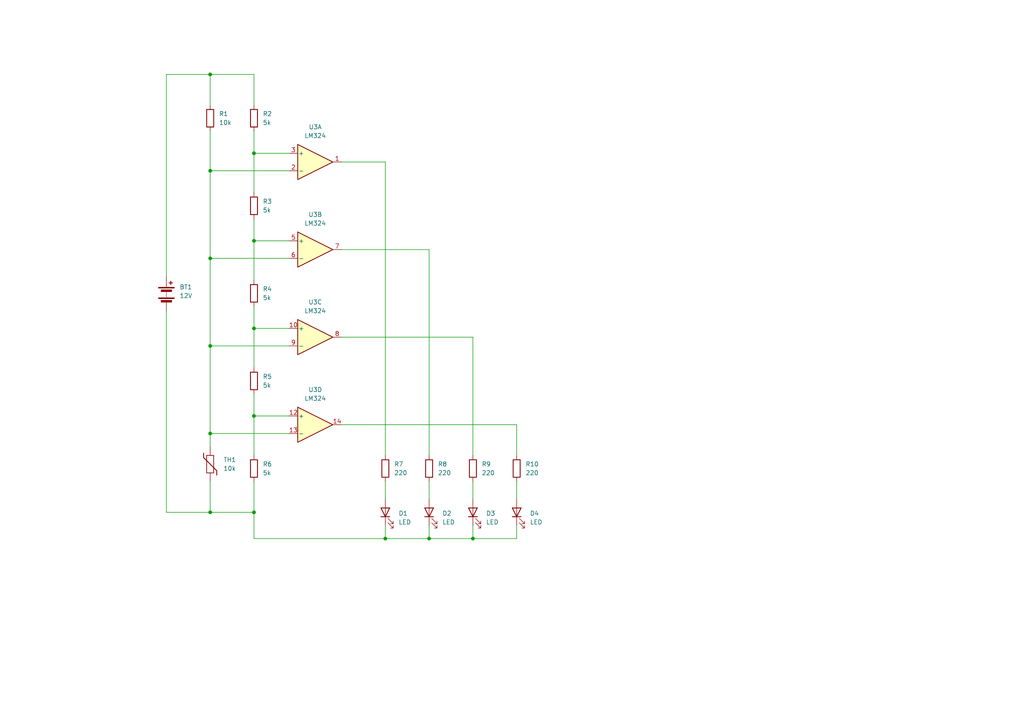
<source format=kicad_sch>
(kicad_sch (version 20231120) (generator "eeschema") (generator_version "8.0")
  (paper "A4")
  (title_block (title "MEDIDOR DE TEMPERATURA") (date "2024-04-21"))
  (lib_symbols
    (symbol "Amplifier_Operational:LM324" (pin_names (offset 0.127))
      (property "Reference" "U" (at 0 5.08 0))
      (property "Value" "LM324" (at 0 -5.08 0))
      (symbol "LM324_1_1"
        (polyline (pts (xy -5.08 5.08) (xy 5.08 0) (xy -5.08 -5.08) (xy -5.08 5.08)) (stroke (width 0.254)) (fill (type background)))
        (pin output line (at 7.62 0 180) (length 2.54) (name "~") (number "1"))
        (pin input line (at -7.62 -2.54 0) (length 2.54) (name "-") (number "2"))
        (pin input line (at -7.62 2.54 0) (length 2.54) (name "+") (number "3"))
      )
      (symbol "LM324_2_1"
        (polyline (pts (xy -5.08 5.08) (xy 5.08 0) (xy -5.08 -5.08) (xy -5.08 5.08)) (stroke (width 0.254)) (fill (type background)))
        (pin input line (at -7.62 2.54 0) (length 2.54) (name "+") (number "5"))
        (pin input line (at -7.62 -2.54 0) (length 2.54) (name "-") (number "6"))
        (pin output line (at 7.62 0 180) (length 2.54) (name "~") (number "7"))
      )
      (symbol "LM324_3_1"
        (polyline (pts (xy -5.08 5.08) (xy 5.08 0) (xy -5.08 -5.08) (xy -5.08 5.08)) (stroke (width 0.254)) (fill (type background)))
        (pin input line (at -7.62 2.54 0) (length 2.54) (name "+") (number "10"))
        (pin output line (at 7.62 0 180) (length 2.54) (name "~") (number "8"))
        (pin input line (at -7.62 -2.54 0) (length 2.54) (name "-") (number "9"))
      )
      (symbol "LM324_4_1"
        (polyline (pts (xy -5.08 5.08) (xy 5.08 0) (xy -5.08 -5.08) (xy -5.08 5.08)) (stroke (width 0.254)) (fill (type background)))
        (pin input line (at -7.62 2.54 0) (length 2.54) (name "+") (number "12"))
        (pin input line (at -7.62 -2.54 0) (length 2.54) (name "-") (number "13"))
        (pin output line (at 7.62 0 180) (length 2.54) (name "~") (number "14"))
      )
      (symbol "LM324_5_1"
        (pin power_in line (at -2.54 -7.62 90) (length 3.81) (name "V-") (number "11"))
        (pin power_in line (at -2.54 7.62 270) (length 3.81) (name "V+") (number "4"))
      )
    )
    (symbol "Device:Battery" (pin_numbers hide) (pin_names (offset 0) hide)
      (property "Reference" "BT" (at 2.54 2.54 0))
      (property "Value" "Battery" (at 2.54 0 0))
      (symbol "Battery_0_1"
        (rectangle (start -2.286 -1.27) (end 2.286 -1.524) (fill (type outline)))
        (rectangle (start -2.286 1.778) (end 2.286 1.524) (fill (type outline)))
        (rectangle (start -1.524 -2.032) (end 1.524 -2.54) (fill (type outline)))
        (rectangle (start -1.524 1.016) (end 1.524 0.508) (fill (type outline)))
        (polyline (pts (xy 0 -1.016) (xy 0 -0.762)))
        (polyline (pts (xy 0 -0.508) (xy 0 -0.254)))
        (polyline (pts (xy 0 0) (xy 0 0.254)))
        (polyline (pts (xy 0 1.778) (xy 0 2.54)))
        (polyline (pts (xy 0.762 3.048) (xy 1.778 3.048)) (stroke (width 0.254)))
        (polyline (pts (xy 1.27 3.556) (xy 1.27 2.54)) (stroke (width 0.254)))
      )
      (symbol "Battery_1_1"
        (pin passive line (at 0 5.08 270) (length 2.54) (name "+") (number "1"))
        (pin passive line (at 0 -5.08 90) (length 2.54) (name "-") (number "2"))
      )
    )
    (symbol "Device:LED" (pin_numbers hide) (pin_names (offset 1.016) hide)
      (property "Reference" "D" (at 0 2.54 0))
      (property "Value" "LED" (at 0 -2.54 0))
      (symbol "LED_0_1"
        (polyline (pts (xy -1.27 -1.27) (xy -1.27 1.27)) (stroke (width 0.254)))
        (polyline (pts (xy -1.27 0) (xy 1.27 0)))
        (polyline (pts (xy 1.27 -1.27) (xy 1.27 1.27) (xy -1.27 0) (xy 1.27 -1.27)) (stroke (width 0.254)))
        (polyline (pts (xy -3.048 -0.762) (xy -4.572 -2.286) (xy -3.81 -2.286) (xy -4.572 -2.286) (xy -4.572 -1.524)))
        (polyline (pts (xy -1.778 -0.762) (xy -3.302 -2.286) (xy -2.54 -2.286) (xy -3.302 -2.286) (xy -3.302 -1.524)))
      )
      (symbol "LED_1_1"
        (pin passive line (at -3.81 0 0) (length 2.54) (name "K") (number "1"))
        (pin passive line (at 3.81 0 180) (length 2.54) (name "A") (number "2"))
      )
    )
    (symbol "Device:R" (pin_numbers hide) (pin_names (offset 0))
      (property "Reference" "R" (at 2.032 0 90))
      (property "Value" "R" (at 0 0 90))
      (symbol "R_0_1"
        (rectangle (start -1.016 -2.54) (end 1.016 2.54) (stroke (width 0.254)))
      )
      (symbol "R_1_1"
        (pin passive line (at 0 3.81 270) (length 1.27) (name "~") (number "1"))
        (pin passive line (at 0 -3.81 90) (length 1.27) (name "~") (number "2"))
      )
    )
    (symbol "Device:Thermistor" (pin_numbers hide) (pin_names (offset 0))
      (property "Reference" "TH" (at 2.54 1.27 90))
      (property "Value" "Thermistor" (at -2.54 0 90))
      (symbol "Thermistor_0_1"
        (rectangle (start -1.016 2.54) (end 1.016 -2.54) (stroke (width 0.2032)))
        (polyline (pts (xy -1.905 3.175) (xy -1.905 1.905) (xy 1.905 -1.905) (xy 1.905 -3.175) (xy 1.905 -3.175)) (stroke (width 0.254)))
      )
      (symbol "Thermistor_1_1"
        (pin passive line (at 0 5.08 270) (length 2.54) (name "~") (number "1"))
        (pin passive line (at 0 -5.08 90) (length 2.54) (name "~") (number "2"))
      )
    )
  )
  (junction (at 111.76 156.21))
  (junction (at 60.96 148.59))
  (junction (at 60.96 49.53))
  (junction (at 60.96 100.33))
  (junction (at 73.66 44.45))
  (junction (at 73.66 120.65))
  (junction (at 73.66 148.59))
  (junction (at 73.66 69.85))
  (junction (at 60.96 125.73))
  (junction (at 60.96 74.93))
  (junction (at 60.96 21.59))
  (junction (at 137.16 156.21))
  (junction (at 124.46 156.21))
  (junction (at 73.66 95.25))
  (wire (pts (xy 73.66 120.65) (xy 73.66 132.08)))
  (wire (pts (xy 48.26 80.01) (xy 48.26 21.59)))
  (wire (pts (xy 60.96 125.73) (xy 83.82 125.73)))
  (wire (pts (xy 137.16 139.7) (xy 137.16 144.78)))
  (wire (pts (xy 73.66 30.48) (xy 73.66 21.59)))
  (wire (pts (xy 60.96 74.93) (xy 83.82 74.93)))
  (wire (pts (xy 124.46 72.39) (xy 124.46 132.08)))
  (wire (pts (xy 60.96 100.33) (xy 83.82 100.33)))
  (wire (pts (xy 149.86 152.4) (xy 149.86 156.21)))
  (wire (pts (xy 73.66 69.85) (xy 73.66 81.28)))
  (wire (pts (xy 73.66 38.1) (xy 73.66 44.45)))
  (wire (pts (xy 99.06 123.19) (xy 149.86 123.19)))
  (wire (pts (xy 73.66 120.65) (xy 83.82 120.65)))
  (wire (pts (xy 99.06 46.99) (xy 111.76 46.99)))
  (wire (pts (xy 60.96 74.93) (xy 60.96 100.33)))
  (wire (pts (xy 48.26 90.17) (xy 48.26 148.59)))
  (wire (pts (xy 60.96 49.53) (xy 83.82 49.53)))
  (wire (pts (xy 137.16 152.4) (xy 137.16 156.21)))
  (wire (pts (xy 60.96 100.33) (xy 60.96 125.73)))
  (wire (pts (xy 73.66 95.25) (xy 73.66 106.68)))
  (wire (pts (xy 60.96 139.7) (xy 60.96 148.59)))
  (wire (pts (xy 137.16 156.21) (xy 124.46 156.21)))
  (wire (pts (xy 124.46 139.7) (xy 124.46 144.78)))
  (wire (pts (xy 73.66 21.59) (xy 60.96 21.59)))
  (wire (pts (xy 73.66 139.7) (xy 73.66 148.59)))
  (wire (pts (xy 99.06 97.79) (xy 137.16 97.79)))
  (wire (pts (xy 149.86 123.19) (xy 149.86 132.08)))
  (wire (pts (xy 73.66 63.5) (xy 73.66 69.85)))
  (wire (pts (xy 137.16 97.79) (xy 137.16 132.08)))
  (wire (pts (xy 60.96 148.59) (xy 73.66 148.59)))
  (wire (pts (xy 111.76 156.21) (xy 73.66 156.21)))
  (wire (pts (xy 83.82 44.45) (xy 73.66 44.45)))
  (wire (pts (xy 111.76 152.4) (xy 111.76 156.21)))
  (wire (pts (xy 124.46 156.21) (xy 111.76 156.21)))
  (wire (pts (xy 48.26 21.59) (xy 60.96 21.59)))
  (wire (pts (xy 99.06 72.39) (xy 124.46 72.39)))
  (wire (pts (xy 73.66 156.21) (xy 73.66 148.59)))
  (wire (pts (xy 73.66 69.85) (xy 83.82 69.85)))
  (wire (pts (xy 73.66 114.3) (xy 73.66 120.65)))
  (wire (pts (xy 73.66 44.45) (xy 73.66 55.88)))
  (wire (pts (xy 60.96 38.1) (xy 60.96 49.53)))
  (wire (pts (xy 124.46 152.4) (xy 124.46 156.21)))
  (wire (pts (xy 111.76 46.99) (xy 111.76 132.08)))
  (wire (pts (xy 60.96 49.53) (xy 60.96 74.93)))
  (wire (pts (xy 60.96 21.59) (xy 60.96 30.48)))
  (wire (pts (xy 149.86 156.21) (xy 137.16 156.21)))
  (wire (pts (xy 60.96 125.73) (xy 60.96 129.54)))
  (wire (pts (xy 83.82 95.25) (xy 73.66 95.25)))
  (wire (pts (xy 111.76 139.7) (xy 111.76 144.78)))
  (wire (pts (xy 73.66 88.9) (xy 73.66 95.25)))
  (wire (pts (xy 48.26 148.59) (xy 60.96 148.59)))
  (wire (pts (xy 149.86 139.7) (xy 149.86 144.78)))
  (symbol (lib_id "Device:R") (at 124.46 135.89 0) (unit 1)
    (property "Reference" "R8" (at 127 134.6199 0) (effects (justify left)))
    (property "Value" "220" (at 127 137.1599 0) (effects (justify left)))
    (property "Footprint" "Resistor_SMD:R_0201_0603Metric" (effects (hide yes)))
    (property "Description" "Resistor" (effects (hide yes)))
  )
  (symbol (lib_id "Device:R") (at 73.66 135.89 0) (unit 1)
    (property "Reference" "R6" (at 76.2 134.6199 0) (effects (justify left)))
    (property "Value" "5k" (at 76.2 137.1599 0) (effects (justify left)))
    (property "Footprint" "Resistor_SMD:R_0201_0603Metric" (effects (hide yes)))
    (property "Description" "Resistor" (effects (hide yes)))
  )
  (symbol (lib_id "Device:LED") (at 137.16 148.59 90) (unit 1)
    (property "Reference" "D3" (at 140.97 148.9074 90) (effects (justify right)))
    (property "Value" "LED" (at 140.97 151.4474 90) (effects (justify right)))
    (property "Footprint" "LED_THT:LED_D3.0mm" (effects (hide yes)))
    (property "Description" "Light emitting diode" (effects (hide yes)))
  )
  (symbol (lib_id "Device:LED") (at 149.86 148.59 90) (unit 1)
    (property "Reference" "D4" (at 153.67 148.9074 90) (effects (justify right)))
    (property "Value" "LED" (at 153.67 151.4474 90) (effects (justify right)))
    (property "Footprint" "LED_THT:LED_D3.0mm" (effects (hide yes)))
    (property "Description" "Light emitting diode" (effects (hide yes)))
  )
  (symbol (lib_id "Device:R") (at 73.66 59.69 0) (unit 1)
    (property "Reference" "R3" (at 76.2 58.4199 0) (effects (justify left)))
    (property "Value" "5k" (at 76.2 60.9599 0) (effects (justify left)))
    (property "Footprint" "Resistor_SMD:R_0201_0603Metric" (effects (hide yes)))
    (property "Description" "Resistor" (effects (hide yes)))
  )
  (symbol (lib_id "Amplifier_Operational:LM324") (at 91.44 46.99 0) (unit 1)
    (property "Reference" "U3" (at 91.44 36.83 0))
    (property "Value" "LM324" (at 91.44 39.37 0))
    (property "Footprint" "Package_DIP:DIP-14_W7.62mm" (effects (hide yes)))
    (property "Datasheet" "http://www.ti.com/lit/ds/symlink/lm2902-n.pdf" (effects (hide yes)))
    (property "Description" "Low-Power, Quad-Operational Amplifiers, DIP-14/SOIC-14/SSOP-14" (effects (hide yes)))
  )
  (symbol (lib_id "Device:LED") (at 111.76 148.59 90) (unit 1)
    (property "Reference" "D1" (at 115.57 148.9074 90) (effects (justify right)))
    (property "Value" "LED" (at 115.57 151.4474 90) (effects (justify right)))
    (property "Footprint" "LED_THT:LED_D3.0mm" (effects (hide yes)))
    (property "Description" "Light emitting diode" (effects (hide yes)))
  )
  (symbol (lib_id "Device:R") (at 73.66 85.09 0) (unit 1)
    (property "Reference" "R4" (at 76.2 83.8199 0) (effects (justify left)))
    (property "Value" "5k" (at 76.2 86.3599 0) (effects (justify left)))
    (property "Footprint" "Resistor_SMD:R_0201_0603Metric" (effects (hide yes)))
    (property "Description" "Resistor" (effects (hide yes)))
  )
  (symbol (lib_id "Device:Thermistor") (at 60.96 134.62 0) (unit 1)
    (property "Reference" "TH1" (at 64.77 133.3499 0) (effects (justify left)))
    (property "Value" "10k" (at 64.77 135.8899 0) (effects (justify left)))
    (property "Footprint" "Resistor_SMD:R_0201_0603Metric" (effects (hide yes)))
    (property "Description" "Temperature dependent resistor" (effects (hide yes)))
  )
  (symbol (lib_id "Device:R") (at 73.66 34.29 0) (unit 1)
    (property "Reference" "R2" (at 76.2 33.0199 0) (effects (justify left)))
    (property "Value" "5k" (at 76.2 35.5599 0) (effects (justify left)))
    (property "Footprint" "Resistor_SMD:R_0201_0603Metric" (effects (hide yes)))
    (property "Description" "Resistor" (effects (hide yes)))
  )
  (symbol (lib_id "Device:R") (at 73.66 110.49 0) (unit 1)
    (property "Reference" "R5" (at 76.2 109.2199 0) (effects (justify left)))
    (property "Value" "5k" (at 76.2 111.7599 0) (effects (justify left)))
    (property "Footprint" "Resistor_SMD:R_0201_0603Metric" (effects (hide yes)))
    (property "Description" "Resistor" (effects (hide yes)))
  )
  (symbol (lib_id "Amplifier_Operational:LM324") (at 91.44 72.39 0) (unit 2)
    (property "Reference" "U3" (at 91.44 62.23 0))
    (property "Value" "LM324" (at 91.44 64.77 0))
    (property "Footprint" "Package_DIP:DIP-14_W7.62mm" (effects (hide yes)))
    (property "Datasheet" "http://www.ti.com/lit/ds/symlink/lm2902-n.pdf" (effects (hide yes)))
    (property "Description" "Low-Power, Quad-Operational Amplifiers, DIP-14/SOIC-14/SSOP-14" (effects (hide yes)))
  )
  (symbol (lib_id "Amplifier_Operational:LM324") (at 91.44 123.19 0) (unit 4)
    (property "Reference" "U3" (at 91.44 113.03 0))
    (property "Value" "LM324" (at 91.44 115.57 0))
    (property "Footprint" "Package_DIP:DIP-14_W7.62mm" (effects (hide yes)))
    (property "Datasheet" "http://www.ti.com/lit/ds/symlink/lm2902-n.pdf" (effects (hide yes)))
    (property "Description" "Low-Power, Quad-Operational Amplifiers, DIP-14/SOIC-14/SSOP-14" (effects (hide yes)))
  )
  (symbol (lib_id "Device:R") (at 137.16 135.89 0) (unit 1)
    (property "Reference" "R9" (at 139.7 134.6199 0) (effects (justify left)))
    (property "Value" "220" (at 139.7 137.1599 0) (effects (justify left)))
    (property "Footprint" "Resistor_SMD:R_0201_0603Metric" (effects (hide yes)))
    (property "Description" "Resistor" (effects (hide yes)))
  )
  (symbol (lib_id "Amplifier_Operational:LM324") (at 91.44 97.79 0) (unit 3)
    (property "Reference" "U3" (at 91.44 87.63 0))
    (property "Value" "LM324" (at 91.44 90.17 0))
    (property "Footprint" "Package_DIP:DIP-14_W7.62mm" (effects (hide yes)))
    (property "Datasheet" "http://www.ti.com/lit/ds/symlink/lm2902-n.pdf" (effects (hide yes)))
    (property "Description" "Low-Power, Quad-Operational Amplifiers, DIP-14/SOIC-14/SSOP-14" (effects (hide yes)))
  )
  (symbol (lib_id "Device:R") (at 149.86 135.89 0) (unit 1)
    (property "Reference" "R10" (at 152.4 134.6199 0) (effects (justify left)))
    (property "Value" "220" (at 152.4 137.1599 0) (effects (justify left)))
    (property "Footprint" "Resistor_SMD:R_0201_0603Metric" (effects (hide yes)))
    (property "Description" "Resistor" (effects (hide yes)))
  )
  (symbol (lib_id "Device:LED") (at 124.46 148.59 90) (unit 1)
    (property "Reference" "D2" (at 128.27 148.9074 90) (effects (justify right)))
    (property "Value" "LED" (at 128.27 151.4474 90) (effects (justify right)))
    (property "Footprint" "LED_THT:LED_D3.0mm" (effects (hide yes)))
    (property "Description" "Light emitting diode" (effects (hide yes)))
  )
  (symbol (lib_id "Device:R") (at 111.76 135.89 0) (unit 1)
    (property "Reference" "R7" (at 114.3 134.6199 0) (effects (justify left)))
    (property "Value" "220" (at 114.3 137.1599 0) (effects (justify left)))
    (property "Footprint" "Resistor_SMD:R_0201_0603Metric" (effects (hide yes)))
    (property "Description" "Resistor" (effects (hide yes)))
  )
  (symbol (lib_id "Device:Battery") (at 48.26 85.09 0) (unit 1)
    (property "Reference" "BT1" (at 52.07 83.2484 0) (effects (justify left)))
    (property "Value" "12V" (at 52.07 85.7884 0) (effects (justify left)))
    (property "Footprint" "TerminalBlock_Phoenix:TerminalBlock_Phoenix_MKDS-1,5-2-5.08_1x02_P5.08mm_Horizontal" (effects (hide yes)))
    (property "Description" "Multiple-cell battery" (effects (hide yes)))
  )
  (symbol (lib_id "Device:R") (at 60.96 34.29 0) (unit 1)
    (property "Reference" "R1" (at 63.5 33.0199 0) (effects (justify left)))
    (property "Value" "10k" (at 63.5 35.5599 0) (effects (justify left)))
    (property "Footprint" "Resistor_SMD:R_0201_0603Metric" (effects (hide yes)))
    (property "Description" "Resistor" (effects (hide yes)))
  )
)
</source>
